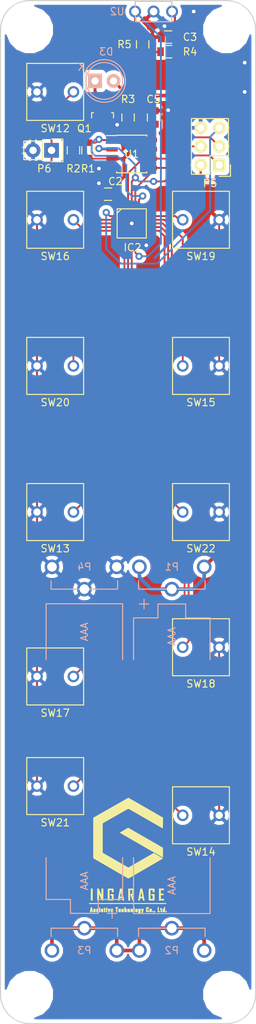
<source format=kicad_pcb>
(kicad_pcb (version 4) (host pcbnew 4.0.4+e1-6308~48~ubuntu14.04.1-stable)
  (layers (0 F.Cu signal) (31 B.Cu signal) (34 B.Paste user) (35 F.Paste user) (36 B.SilkS user) (37 F.SilkS user) (38 B.Mask user) (39 F.Mask user) (44 Edge.Cuts user))
  (net 0 "")
  (net 1 +BATT)
  (net 2 GND)
  (net 3 "Net-(C3-Pad1)")
  (net 4 "Net-(D3-Pad1)")
  (net 5 /MOSI)
  (net 6 /MISO)
  (net 7 /SCK)
  (net 8 "Net-(P2-Pad1)")
  (net 9 /IR_TRANSMIT)
  (net 10 /IR_RECV)
  (net 11 /BTN1)
  (net 12 /BTN4)
  (net 13 /BTN7)
  (net 14 /BTN10)
  (net 15 /BTN2)
  (net 16 /BTN5)
  (net 17 /BTN8)
  (net 18 /BTN11)
  (net 19 /BTN3)
  (net 20 /BTN6)
  (net 21 /BTN9)
  (net 22 "Net-(D3-Pad2)")
  (net 23 /~RST)
  (net 24 /~CS)
  (net 25 "Net-(Q1-Pad1)")
  (module GiraffeTech-Maxim:VIA-20MIL (layer F.Cu) (at 153.5 45)
    (fp_text reference REF** hide)
    (fp_text value VIA-20MIL hide)
    (pad "" thru_hole circle (at 0 0) (size 1.016 1.016) (drill 0.508) (layers *.Cu) (net 2 GND))
  )
  (module GiraffeTech-Maxim:VIA-20MIL (layer F.Cu) (at 153.5 41)
    (fp_text reference REF** hide)
    (fp_text value VIA-20MIL hide)
    (pad "" thru_hole circle (at 0 0) (size 1.016 1.016) (drill 0.508) (layers *.Cu) (net 2 GND))
  )
  (module GiraffeTech-Maxim:VIA-20MIL (layer F.Cu) (at 146.5 34)
    (fp_text reference REF** hide)
    (fp_text value VIA-20MIL hide)
    (pad "" thru_hole circle (at 0 0) (size 1.016 1.016) (drill 0.508) (layers *.Cu) (net 2 GND))
  )
  (module GiraffeTech-Maxim:VIA-20MIL (layer F.Cu) (at 142.5 36)
    (fp_text reference REF** hide)
    (fp_text value VIA-20MIL hide)
    (pad "" thru_hole circle (at 0 0) (size 1.016 1.016) (drill 0.508) (layers *.Cu) (net 2 GND))
  )
  (module GiraffeTech-Passive:R_0805 (layer F.Cu) (at 132 53 270)
    (fp_text reference R1 (at 2.5 0 360) (layer F.SilkS))
    (fp_text value 10K)
    (pad 1 smd rect (at -1.05 0 270) (size 0.9 1.2) (layers F.Cu F.Paste F.Mask) (net 24 /~CS))
    (pad 2 smd rect (at 1.05 0 270) (size 0.9 1.2) (layers F.Cu F.Paste F.Mask) (net 1 +BATT))
  )
  (module GiraffeTech-Passive:R_0805 (layer F.Cu) (at 130 53 270)
    (fp_text reference R2 (at 2.5 0 360) (layer F.SilkS))
    (fp_text value 1K)
    (pad 1 smd rect (at -1.05 0 270) (size 0.9 1.2) (layers F.Cu F.Paste F.Mask) (net 25 "Net-(Q1-Pad1)"))
    (pad 2 smd rect (at 1.05 0 270) (size 0.9 1.2) (layers F.Cu F.Paste F.Mask) (net 9 /IR_TRANSMIT))
  )
  (module GiraffeTech-Maxim:VIA-20MIL (layer F.Cu) (at 138 63)
    (fp_text reference REF** hide)
    (fp_text value VIA-20MIL hide)
    (pad "" thru_hole circle (at 0 0) (size 1.016 1.016) (drill 0.508) (layers *.Cu) (net 2 GND))
  )
  (module TO_SOT_Packages_SMD:SOT-23 (layer F.Cu) (at 134 48.5)
    (fp_text reference Q1 (at -2.5 1.5) (layer F.SilkS))
    (fp_text value MMBT2222ALT1G)
    (pad 1 smd rect (at -0.95 1.00076) (size 0.8001 0.8001) (layers F.Cu F.Paste F.Mask) (net 25 "Net-(Q1-Pad1)"))
    (pad 2 smd rect (at 0.95 1.00076) (size 0.8001 0.8001) (layers F.Cu F.Paste F.Mask) (net 2 GND))
    (pad 3 smd rect (at 0 -0.99822) (size 0.8001 0.8001) (layers F.Cu F.Paste F.Mask) (net 4 "Net-(D3-Pad1)"))
  )
  (module GiraffeTech-Passive:C_0805 (layer F.Cu) (at 134.75 59 180)
    (fp_text reference C2 (at -1 1.75 180) (layer F.SilkS))
    (fp_text value 0.1uF)
    (pad 1 smd rect (at -0.925 0 180) (size 0.95 1.4) (layers F.Cu F.Paste F.Mask) (net 1 +BATT))
    (pad 2 smd rect (at 0.925 0 180) (size 0.95 1.4) (layers F.Cu F.Paste F.Mask) (net 2 GND))
  )
  (module GiraffeTech-Passive:C_0805 (layer F.Cu) (at 143 37.5 180)
    (fp_text reference C3 (at -3 0 180) (layer F.SilkS))
    (fp_text value 4.7uF)
    (pad 1 smd rect (at -0.925 0 180) (size 0.95 1.4) (layers F.Cu F.Paste F.Mask) (net 3 "Net-(C3-Pad1)"))
    (pad 2 smd rect (at 0.925 0 180) (size 0.95 1.4) (layers F.Cu F.Paste F.Mask) (net 2 GND))
  )
  (module Pin_Headers:Pin_Header_Straight_2x03 (layer F.Cu) (at 150 55 180)
    (fp_text reference P5 (at 1.25 -2.5 180) (layer F.SilkS))
    (fp_text value ICSP)
    (pad 1 thru_hole rect (at 0 0 180) (size 1.7272 1.7272) (drill 1.016) (layers *.Cu *.Mask F.SilkS) (net 6 /MISO))
    (pad 2 thru_hole oval (at 2.54 0 180) (size 1.7272 1.7272) (drill 1.016) (layers *.Cu *.Mask F.SilkS) (net 1 +BATT))
    (pad 3 thru_hole oval (at 0 2.54 180) (size 1.7272 1.7272) (drill 1.016) (layers *.Cu *.Mask F.SilkS) (net 7 /SCK))
    (pad 4 thru_hole oval (at 2.54 2.54 180) (size 1.7272 1.7272) (drill 1.016) (layers *.Cu *.Mask F.SilkS) (net 5 /MOSI))
    (pad 5 thru_hole oval (at 0 5.08 180) (size 1.7272 1.7272) (drill 1.016) (layers *.Cu *.Mask F.SilkS) (net 23 /~RST))
    (pad 6 thru_hole oval (at 2.54 5.08 180) (size 1.7272 1.7272) (drill 1.016) (layers *.Cu *.Mask F.SilkS) (net 2 GND))
  )
  (module GiraffeTech-Passive:R_0805 (layer F.Cu) (at 137.5 48.5 90)
    (fp_text reference R3 (at 2.5 0 180) (layer F.SilkS))
    (fp_text value 14)
    (pad 1 smd rect (at -1.05 0 90) (size 0.9 1.2) (layers F.Cu F.Paste F.Mask) (net 1 +BATT))
    (pad 2 smd rect (at 1.05 0 90) (size 0.9 1.2) (layers F.Cu F.Paste F.Mask) (net 22 "Net-(D3-Pad2)"))
  )
  (module GiraffeTech-Passive:R_0805 (layer F.Cu) (at 143 39.5)
    (fp_text reference R4 (at 3 0) (layer F.SilkS))
    (fp_text value 100)
    (pad 1 smd rect (at -1.05 0) (size 0.9 1.2) (layers F.Cu F.Paste F.Mask) (net 1 +BATT))
    (pad 2 smd rect (at 1.05 0) (size 0.9 1.2) (layers F.Cu F.Paste F.Mask) (net 3 "Net-(C3-Pad1)"))
  )
  (module GiraffeTech-Passive:R_0805 (layer F.Cu) (at 139.5 38.5 90)
    (fp_text reference R5 (at 0 -2.5 180) (layer F.SilkS))
    (fp_text value 4.7K)
    (pad 1 smd rect (at -1.05 0 90) (size 0.9 1.2) (layers F.Cu F.Paste F.Mask) (net 1 +BATT))
    (pad 2 smd rect (at 1.05 0 90) (size 0.9 1.2) (layers F.Cu F.Paste F.Mask) (net 10 /IR_RECV))
  )
  (module Housings_SOIC:SOIC-8_3.9x4.9mm_Pitch1.27mm (layer F.Cu) (at 138 53.5)
    (fp_text reference U1 (at 0 0 180) (layer F.SilkS))
    (fp_text value AT25_EEPROM)
    (pad 1 smd rect (at -2.7 -1.905) (size 1.55 0.6) (layers F.Cu F.Paste F.Mask) (net 24 /~CS))
    (pad 2 smd rect (at -2.7 -0.635) (size 1.55 0.6) (layers F.Cu F.Paste F.Mask) (net 6 /MISO))
    (pad 3 smd rect (at -2.7 0.635) (size 1.55 0.6) (layers F.Cu F.Paste F.Mask) (net 1 +BATT))
    (pad 4 smd rect (at -2.7 1.905) (size 1.55 0.6) (layers F.Cu F.Paste F.Mask) (net 2 GND))
    (pad 5 smd rect (at 2.7 1.905) (size 1.55 0.6) (layers F.Cu F.Paste F.Mask) (net 5 /MOSI))
    (pad 6 smd rect (at 2.7 0.635) (size 1.55 0.6) (layers F.Cu F.Paste F.Mask) (net 7 /SCK))
    (pad 7 smd rect (at 2.7 -0.635) (size 1.55 0.6) (layers F.Cu F.Paste F.Mask) (net 1 +BATT))
    (pad 8 smd rect (at 2.7 -1.905) (size 1.55 0.6) (layers F.Cu F.Paste F.Mask) (net 1 +BATT))
  )
  (module GiraffeTech-Vishay:TSMP58000 (layer B.Cu) (at 141 34)
    (fp_text reference U2 (at -5 0) (layer B.SilkS) (effects (justify mirror)))
    (fp_text value TSMP58000)
    (pad 1 thru_hole circle (at -2.54 0) (size 1.65 1.65) (drill 1.05) (layers *.Cu *.Mask) (net 10 /IR_RECV))
    (pad 2 thru_hole circle (at 0 0) (size 1.65 1.65) (drill 1.05) (layers *.Cu *.Mask) (net 2 GND))
    (pad 3 thru_hole circle (at 2.54 0) (size 1.65 1.65) (drill 1.05) (layers *.Cu *.Mask) (net 3 "Net-(C3-Pad1)"))
  )
  (module GiraffeTech-Passive:C_0805 (layer F.Cu) (at 141 48.5 90)
    (fp_text reference C5 (at 2.5 0 360) (layer F.SilkS))
    (fp_text value 0.1uF)
    (pad 1 smd rect (at -0.925 0 90) (size 0.95 1.4) (layers F.Cu F.Paste F.Mask) (net 1 +BATT))
    (pad 2 smd rect (at 0.925 0 90) (size 0.95 1.4) (layers F.Cu F.Paste F.Mask) (net 2 GND))
  )
  (module LEDs:LED-5MM (layer B.Cu) (at 132.96 43.5)
    (fp_text reference D3 (at 1.54 -4) (layer B.SilkS) (effects (justify mirror)))
    (fp_text value TSAL6100)
    (fp_text user K (at -1.905 -1.905) (layer B.SilkS) (effects (justify mirror)))
    (pad 1 thru_hole rect (at 0 0 270) (size 2 1.9) (drill 1.00076) (layers *.Cu *.Mask B.SilkS) (net 4 "Net-(D3-Pad1)"))
    (pad 2 thru_hole circle (at 2.54 0) (size 1.9 1.9) (drill 1.00076) (layers *.Cu *.Mask B.SilkS) (net 22 "Net-(D3-Pad2)"))
  )
  (module GiraffeTech-Connector:591 (layer B.Cu) (at 131.5 110 270)
    (fp_text reference P4 (at 0 0 360) (layer B.SilkS) (effects (justify mirror)))
    (fp_text value 591)
    (fp_text user AAA (at 8.89 0 270) (layer B.SilkS) (effects (justify mirror)))
    (pad 1 thru_hole circle (at 0 4.445 270) (size 2.02 2.02) (drill 1.32) (layers *.Cu *.Mask) (net 2 GND))
    (pad 1 thru_hole circle (at 0 -4.445 270) (size 2.02 2.02) (drill 1.32) (layers *.Cu *.Mask) (net 2 GND))
    (pad 1 thru_hole circle (at 3.05 0 270) (size 2.02 2.02) (drill 1.32) (layers *.Cu *.Mask) (net 2 GND))
  )
  (module GiraffeTech-Connector:591 (layer B.Cu) (at 143.5 162.5 90)
    (fp_text reference P2 (at 0 0 180) (layer B.SilkS) (effects (justify mirror)))
    (fp_text value 591)
    (fp_text user AAA (at 8.89 0 90) (layer B.SilkS) (effects (justify mirror)))
    (pad 1 thru_hole circle (at 0 4.445 90) (size 2.02 2.02) (drill 1.32) (layers *.Cu *.Mask) (net 8 "Net-(P2-Pad1)"))
    (pad 1 thru_hole circle (at 0 -4.445 90) (size 2.02 2.02) (drill 1.32) (layers *.Cu *.Mask) (net 8 "Net-(P2-Pad1)"))
    (pad 1 thru_hole circle (at 3.05 0 90) (size 2.02 2.02) (drill 1.32) (layers *.Cu *.Mask) (net 8 "Net-(P2-Pad1)"))
  )
  (module GiraffeTech-Connector:597 (layer B.Cu) (at 143.5 110 270)
    (fp_text reference P1 (at 0 0 360) (layer B.SilkS) (effects (justify mirror)))
    (fp_text value 597)
    (fp_text user AAA (at 9.525 0 270) (layer B.SilkS) (effects (justify mirror)))
    (pad 1 thru_hole circle (at 0 4.445 270) (size 2.02 2.02) (drill 1.32) (layers *.Cu *.Mask) (net 1 +BATT))
    (pad 1 thru_hole circle (at 0 -4.445 270) (size 2.02 2.02) (drill 1.32) (layers *.Cu *.Mask) (net 1 +BATT))
    (pad 1 thru_hole circle (at 3.05 0 270) (size 2.02 2.02) (drill 1.32) (layers *.Cu *.Mask) (net 1 +BATT))
  )
  (module GiraffeTech-Connector:597 (layer B.Cu) (at 131.5 162.5 90)
    (fp_text reference P3 (at 0 0 180) (layer B.SilkS) (effects (justify mirror)))
    (fp_text value 597)
    (fp_text user AAA (at 9.525 0 90) (layer B.SilkS) (effects (justify mirror)))
    (pad 1 thru_hole circle (at 0 4.445 90) (size 2.02 2.02) (drill 1.32) (layers *.Cu *.Mask) (net 8 "Net-(P2-Pad1)"))
    (pad 1 thru_hole circle (at 0 -4.445 90) (size 2.02 2.02) (drill 1.32) (layers *.Cu *.Mask) (net 8 "Net-(P2-Pad1)"))
    (pad 1 thru_hole circle (at 3.05 0 90) (size 2.02 2.02) (drill 1.32) (layers *.Cu *.Mask) (net 8 "Net-(P2-Pad1)"))
  )
  (module GiraffeTech-Electromechanical:SKPD (layer F.Cu) (at 127.5 45 180)
    (fp_text reference SW12 (at 0 -5 180) (layer F.SilkS))
    (fp_text value BTN1)
    (pad 1 thru_hole circle (at -2.5 0 180) (size 1.6 1.6) (drill 1) (layers *.Cu *.Mask) (net 11 /BTN1))
    (pad 2 thru_hole circle (at 2.5 0 180) (size 1.6 1.6) (drill 1) (layers *.Cu *.Mask) (net 2 GND))
  )
  (module GiraffeTech-Electromechanical:SKPD (layer F.Cu) (at 127.5 102.5 180)
    (fp_text reference SW13 (at 0 -5 180) (layer F.SilkS))
    (fp_text value BTN1)
    (pad 1 thru_hole circle (at -2.5 0 180) (size 1.6 1.6) (drill 1) (layers *.Cu *.Mask) (net 12 /BTN4))
    (pad 2 thru_hole circle (at 2.5 0 180) (size 1.6 1.6) (drill 1) (layers *.Cu *.Mask) (net 2 GND))
  )
  (module GiraffeTech-Electromechanical:SKPD (layer F.Cu) (at 147.5 144)
    (fp_text reference SW14 (at 0 5) (layer F.SilkS))
    (fp_text value BTN1)
    (pad 1 thru_hole circle (at -2.5 0) (size 1.6 1.6) (drill 1) (layers *.Cu *.Mask) (net 13 /BTN7))
    (pad 2 thru_hole circle (at 2.5 0) (size 1.6 1.6) (drill 1) (layers *.Cu *.Mask) (net 2 GND))
  )
  (module GiraffeTech-Electromechanical:SKPD (layer F.Cu) (at 147.5 82.5)
    (fp_text reference SW15 (at 0 5) (layer F.SilkS))
    (fp_text value BTN1)
    (pad 1 thru_hole circle (at -2.5 0) (size 1.6 1.6) (drill 1) (layers *.Cu *.Mask) (net 14 /BTN10))
    (pad 2 thru_hole circle (at 2.5 0) (size 1.6 1.6) (drill 1) (layers *.Cu *.Mask) (net 2 GND))
  )
  (module GiraffeTech-Electromechanical:SKPD (layer F.Cu) (at 127.5 62.5 180)
    (fp_text reference SW16 (at 0 -5 180) (layer F.SilkS))
    (fp_text value BTN1)
    (pad 1 thru_hole circle (at -2.5 0 180) (size 1.6 1.6) (drill 1) (layers *.Cu *.Mask) (net 15 /BTN2))
    (pad 2 thru_hole circle (at 2.5 0 180) (size 1.6 1.6) (drill 1) (layers *.Cu *.Mask) (net 2 GND))
  )
  (module GiraffeTech-Electromechanical:SKPD (layer F.Cu) (at 127.5 125 180)
    (fp_text reference SW17 (at 0 -5 180) (layer F.SilkS))
    (fp_text value BTN1)
    (pad 1 thru_hole circle (at -2.5 0 180) (size 1.6 1.6) (drill 1) (layers *.Cu *.Mask) (net 16 /BTN5))
    (pad 2 thru_hole circle (at 2.5 0 180) (size 1.6 1.6) (drill 1) (layers *.Cu *.Mask) (net 2 GND))
  )
  (module GiraffeTech-Electromechanical:SKPD (layer F.Cu) (at 147.5 121)
    (fp_text reference SW18 (at 0 5) (layer F.SilkS))
    (fp_text value BTN1)
    (pad 1 thru_hole circle (at -2.5 0) (size 1.6 1.6) (drill 1) (layers *.Cu *.Mask) (net 17 /BTN8))
    (pad 2 thru_hole circle (at 2.5 0) (size 1.6 1.6) (drill 1) (layers *.Cu *.Mask) (net 2 GND))
  )
  (module GiraffeTech-Electromechanical:SKPD (layer F.Cu) (at 147.5 62.5)
    (fp_text reference SW19 (at 0 5) (layer F.SilkS))
    (fp_text value BTN1)
    (pad 1 thru_hole circle (at -2.5 0) (size 1.6 1.6) (drill 1) (layers *.Cu *.Mask) (net 18 /BTN11))
    (pad 2 thru_hole circle (at 2.5 0) (size 1.6 1.6) (drill 1) (layers *.Cu *.Mask) (net 2 GND))
  )
  (module GiraffeTech-Electromechanical:SKPD (layer F.Cu) (at 127.5 82.5 180)
    (fp_text reference SW20 (at 0 -5 180) (layer F.SilkS))
    (fp_text value BTN1)
    (pad 1 thru_hole circle (at -2.5 0 180) (size 1.6 1.6) (drill 1) (layers *.Cu *.Mask) (net 19 /BTN3))
    (pad 2 thru_hole circle (at 2.5 0 180) (size 1.6 1.6) (drill 1) (layers *.Cu *.Mask) (net 2 GND))
  )
  (module GiraffeTech-Electromechanical:SKPD (layer F.Cu) (at 127.5 140 180)
    (fp_text reference SW21 (at 0 -5 180) (layer F.SilkS))
    (fp_text value BTN1)
    (pad 1 thru_hole circle (at -2.5 0 180) (size 1.6 1.6) (drill 1) (layers *.Cu *.Mask) (net 20 /BTN6))
    (pad 2 thru_hole circle (at 2.5 0 180) (size 1.6 1.6) (drill 1) (layers *.Cu *.Mask) (net 2 GND))
  )
  (module GiraffeTech-Electromechanical:SKPD (layer F.Cu) (at 147.5 102.5)
    (fp_text reference SW22 (at 0 5) (layer F.SilkS))
    (fp_text value BTN1)
    (pad 1 thru_hole circle (at -2.5 0) (size 1.6 1.6) (drill 1) (layers *.Cu *.Mask) (net 21 /BTN9))
    (pad 2 thru_hole circle (at 2.5 0) (size 1.6 1.6) (drill 1) (layers *.Cu *.Mask) (net 2 GND))
  )
  (module Mounting_Holes:MountingHole_3.2mm_M3 (layer F.Cu) (at 124 36.5)
    (fp_text reference REF** hide)
    (fp_text value MountingHole_3.2mm_M3)
    (pad "" np_thru_hole circle (at 0 0) (size 3.2 3.2) (drill 3.2) (layers *.Cu *.Mask) (clearance 1.6))
  )
  (module Mounting_Holes:MountingHole_3.2mm_M3 (layer F.Cu) (at 151 36.5)
    (fp_text reference REF** hide)
    (fp_text value MountingHole_3.2mm_M3)
    (pad "" np_thru_hole circle (at 0 0) (size 3.2 3.2) (drill 3.2) (layers *.Cu *.Mask) (clearance 1.6))
  )
  (module Pin_Headers:Pin_Header_Straight_1x02 (layer F.Cu) (at 127 53 270)
    (fp_text reference P6 (at 2.5 1 360) (layer F.SilkS))
    (fp_text value DEBUG)
    (pad 1 thru_hole rect (at 0 0 270) (size 2.032 2.032) (drill 1.016) (layers *.Cu *.Mask) (net 11 /BTN1))
    (pad 2 thru_hole oval (at 0 2.54 270) (size 2.032 2.032) (drill 1.016) (layers *.Cu *.Mask) (net 2 GND))
  )
  (module Mounting_Holes:MountingHole_3.2mm_M3 (layer F.Cu) (at 151 168.5)
    (fp_text reference REF** hide)
    (fp_text value MountingHole_3.2mm_M3)
    (pad "" np_thru_hole circle (at 0 0) (size 3.2 3.2) (drill 3.2) (layers *.Cu *.Mask) (clearance 1.6))
  )
  (module Mounting_Holes:MountingHole_3.2mm_M3 (layer F.Cu) (at 124 168.5)
    (fp_text reference REF** hide)
    (fp_text value MountingHole_3.2mm_M3)
    (pad "" np_thru_hole circle (at 0 0) (size 3.2 3.2) (drill 3.2) (layers *.Cu *.Mask) (clearance 1.6))
  )
  (module GiraffeTech-Electromechanical:ingarage-asst-logo-16mm (layer F.Cu) (at 138 149.5)
    (fp_text reference G*** hide)
    (fp_text value LOGO hide)
  )
  (module GiraffeTech-Atmel:20M1 (layer F.Cu) (at 138 63)
    (fp_text reference IC2 (at 0.1 3.3) (layer F.SilkS))
    (fp_text value ATTINY2313A-M)
    (pad 3 smd rect (at -2 0) (size 0.8 0.3) (layers F.Cu F.Paste F.Mask) (net 11 /BTN1))
    (pad 2 smd rect (at -2 -0.5) (size 0.8 0.3) (layers F.Cu F.Paste F.Mask) (net 9 /IR_TRANSMIT))
    (pad 1 smd rect (at -2 -1) (size 0.8 0.3) (layers F.Cu F.Paste F.Mask) (net 23 /~RST))
    (pad 4 smd rect (at -2 0.5) (size 0.8 0.3) (layers F.Cu F.Paste F.Mask) (net 15 /BTN2))
    (pad 5 smd rect (at -2 1) (size 0.8 0.3) (layers F.Cu F.Paste F.Mask) (net 19 /BTN3))
    (pad 6 smd rect (at -1 2 90) (size 0.8 0.3) (layers F.Cu F.Paste F.Mask) (net 12 /BTN4))
    (pad 7 smd rect (at -0.5 2 90) (size 0.8 0.3) (layers F.Cu F.Paste F.Mask) (net 16 /BTN5))
    (pad 8 smd rect (at 0 2 90) (size 0.8 0.3) (layers F.Cu F.Paste F.Mask) (net 20 /BTN6))
    (pad 9 smd rect (at 0.5 2 90) (size 0.8 0.3) (layers F.Cu F.Paste F.Mask) (net 10 /IR_RECV))
    (pad 10 smd rect (at 1 2 90) (size 0.8 0.3) (layers F.Cu F.Paste F.Mask) (net 2 GND))
    (pad 11 smd rect (at 2 1 180) (size 0.8 0.3) (layers F.Cu F.Paste F.Mask) (net 13 /BTN7))
    (pad 12 smd rect (at 2 0.5 180) (size 0.8 0.3) (layers F.Cu F.Paste F.Mask) (net 17 /BTN8))
    (pad 13 smd rect (at 2 0 180) (size 0.8 0.3) (layers F.Cu F.Paste F.Mask) (net 21 /BTN9))
    (pad 14 smd rect (at 2 -0.5 180) (size 0.8 0.3) (layers F.Cu F.Paste F.Mask) (net 14 /BTN10))
    (pad 15 smd rect (at 2 -1 180) (size 0.8 0.3) (layers F.Cu F.Paste F.Mask) (net 18 /BTN11))
    (pad 16 smd rect (at 1 -2 270) (size 0.8 0.3) (layers F.Cu F.Paste F.Mask) (net 24 /~CS))
    (pad 17 smd rect (at 0.5 -2 270) (size 0.8 0.3) (layers F.Cu F.Paste F.Mask) (net 5 /MOSI))
    (pad 18 smd rect (at 0 -2 270) (size 0.8 0.3) (layers F.Cu F.Paste F.Mask) (net 6 /MISO))
    (pad 19 smd rect (at -0.5 -2 270) (size 0.8 0.3) (layers F.Cu F.Paste F.Mask) (net 7 /SCK))
    (pad 20 smd rect (at -1 -2 270) (size 0.8 0.3) (layers F.Cu F.Paste F.Mask) (net 1 +BATT))
    (pad 21 smd rect (at 0 0 270) (size 1.25 1.25) (layers F.Cu F.Paste F.Mask) (net 2 GND))
  )
  (gr_arc (start 151 168.5) (end 155 168.5) (angle 90) (layer Edge.Cuts) (width 0.15))
  (gr_arc (start 124 168.5) (end 124 172.5) (angle 90) (layer Edge.Cuts) (width 0.15))
  (gr_arc (start 124 36.5) (end 120 36.5) (angle 90) (layer Edge.Cuts) (width 0.15))
  (gr_arc (start 151 36.5) (end 151 32.5) (angle 90) (layer Edge.Cuts) (width 0.15))
  (gr_line (start 151 172.5) (end 124 172.5) (layer Edge.Cuts) (width 0.15))
  (gr_text "REMOTE REV.2\nINGARAGE ASST." (at 137.5 169) (layer F.Cu) (effects (font (size 1.5 1.5) (thickness 0.3))))
  (gr_line (start 155 168.5) (end 155 36.5) (layer Edge.Cuts) (width 0.15))
  (gr_line (start 120 36.5) (end 120 168.5) (layer Edge.Cuts) (width 0.15))
  (gr_line (start 124 32.5) (end 151 32.5) (layer Edge.Cuts) (width 0.15))
  (segment (start 139.5 39.55) (end 141.9 39.55) (width 0.3) (layer F.Cu) (net 1))
  (segment (start 141.9 39.55) (end 141.95 39.5) (width 0.3) (layer F.Cu) (net 1))
  (segment (start 139.5 39.55) (end 139.5 44.5) (width 0.4) (layer F.Cu) (net 1))
  (segment (start 139.5 44.5) (end 140.5 45.5) (width 0.4) (layer F.Cu) (net 1))
  (segment (start 153.5 57.75) (end 153.5 104.445) (width 0.5) (layer F.Cu) (net 1))
  (segment (start 153.5 104.445) (end 147.945 110) (width 0.5) (layer F.Cu) (net 1))
  (segment (start 141 49.425) (end 141 51.295) (width 0.4) (layer F.Cu) (net 1))
  (segment (start 141 51.295) (end 140.7 51.595) (width 0.4) (layer F.Cu) (net 1))
  (segment (start 136.924992 54.075008) (end 136.865 54.135) (width 0.4) (layer F.Cu) (net 1))
  (segment (start 136.865 54.135) (end 135.3 54.135) (width 0.4) (layer F.Cu) (net 1))
  (segment (start 139 49) (end 139 51) (width 0.5) (layer F.Cu) (net 1))
  (segment (start 140.7 51.595) (end 139.525 51.595) (width 0.4) (layer F.Cu) (net 1))
  (segment (start 139 51) (end 139 52) (width 0.5) (layer F.Cu) (net 1))
  (segment (start 139.525 51.595) (end 139 51.07) (width 0.4) (layer F.Cu) (net 1))
  (segment (start 139 51.07) (end 139 51) (width 0.4) (layer F.Cu) (net 1))
  (segment (start 139 47) (end 139 49) (width 0.5) (layer F.Cu) (net 1))
  (segment (start 139 49.05) (end 139 49) (width 0.4) (layer F.Cu) (net 1))
  (segment (start 137.5 49.55) (end 138.5 49.55) (width 0.4) (layer F.Cu) (net 1))
  (segment (start 138.5 49.55) (end 139 49.05) (width 0.4) (layer F.Cu) (net 1))
  (segment (start 150 45.5) (end 142 45.5) (width 0.5) (layer F.Cu) (net 1))
  (segment (start 142 45.5) (end 140.5 45.5) (width 0.5) (layer F.Cu) (net 1))
  (segment (start 136.924992 55.5) (end 136.924992 54.075008) (width 0.4) (layer F.Cu) (net 1))
  (segment (start 139 52) (end 136.924992 54.075008) (width 0.5) (layer F.Cu) (net 1))
  (segment (start 140.5 45.5) (end 139 47) (width 0.5) (layer F.Cu) (net 1))
  (segment (start 136.924992 56.650008) (end 136.924992 55.5) (width 0.4) (layer F.Cu) (net 1))
  (segment (start 153.5 49) (end 150 45.5) (width 0.5) (layer F.Cu) (net 1))
  (segment (start 140.875 49.55) (end 141 49.425) (width 0.4) (layer F.Cu) (net 1))
  (segment (start 135.3 54.135) (end 132.085 54.135) (width 0.25) (layer F.Cu) (net 1))
  (segment (start 132.085 54.135) (end 132 54.05) (width 0.25) (layer F.Cu) (net 1))
  (segment (start 137 59.5) (end 136.5 59) (width 0.25) (layer F.Cu) (net 1))
  (segment (start 136.5 59) (end 135.675 59) (width 0.25) (layer F.Cu) (net 1))
  (segment (start 137 61) (end 137 59.5) (width 0.25) (layer F.Cu) (net 1))
  (segment (start 143.5 113.05) (end 146.45 113.05) (width 0.5) (layer B.Cu) (net 1))
  (segment (start 146.45 113.05) (end 147.945 111.555) (width 0.5) (layer B.Cu) (net 1))
  (segment (start 147.945 110) (end 147.945 111.555) (width 0.5) (layer B.Cu) (net 1))
  (segment (start 139.055 110) (end 139.055 111.428355) (width 0.5) (layer B.Cu) (net 1))
  (segment (start 139.055 111.428355) (end 140.676645 113.05) (width 0.5) (layer B.Cu) (net 1))
  (segment (start 140.676645 113.05) (end 142.071645 113.05) (width 0.5) (layer B.Cu) (net 1))
  (segment (start 142.071645 113.05) (end 143.5 113.05) (width 0.5) (layer B.Cu) (net 1))
  (segment (start 140.575 51.47) (end 140.7 51.595) (width 0.3) (layer F.Cu) (net 1))
  (segment (start 140.7 51.595) (end 140.7 52.865) (width 0.3) (layer F.Cu) (net 1))
  (segment (start 135.675 59) (end 135.675 57.9) (width 0.4) (layer F.Cu) (net 1))
  (segment (start 135.675 57.9) (end 136.924992 56.650008) (width 0.4) (layer F.Cu) (net 1))
  (segment (start 153.5 57.75) (end 153.5 49) (width 0.5) (layer F.Cu) (net 1))
  (segment (start 152.25 57) (end 152.75 57) (width 0.3) (layer F.Cu) (net 1))
  (segment (start 152.75 57) (end 153.5 57.75) (width 0.3) (layer F.Cu) (net 1))
  (segment (start 148.238686 57) (end 152.25 57) (width 0.3) (layer F.Cu) (net 1))
  (segment (start 147.46 55) (end 147.46 56.221314) (width 0.3) (layer F.Cu) (net 1))
  (segment (start 147.46 56.221314) (end 148.238686 57) (width 0.3) (layer F.Cu) (net 1))
  (segment (start 141 47.575) (end 142.925 47.575) (width 0.3) (layer F.Cu) (net 2))
  (segment (start 142.925 47.575) (end 143 47.5) (width 0.3) (layer F.Cu) (net 2))
  (via (at 143 47.5) (size 1) (drill 0.5) (layers F.Cu B.Cu) (net 2))
  (segment (start 142.075 37.5) (end 142.075 35.075) (width 0.3) (layer F.Cu) (net 2))
  (segment (start 142.075 35.075) (end 141 34) (width 0.3) (layer F.Cu) (net 2))
  (segment (start 125 82.5) (end 125 102.5) (width 0.25) (layer F.Cu) (net 2))
  (segment (start 139 65.5) (end 139 65) (width 0.25) (layer F.Cu) (net 2))
  (segment (start 139.5 66) (end 139 65.5) (width 0.25) (layer F.Cu) (net 2))
  (segment (start 140 66) (end 139.5 66) (width 0.25) (layer F.Cu) (net 2))
  (via (at 140 66) (size 1) (drill 0.5) (layers F.Cu B.Cu) (net 2))
  (segment (start 134.95 49.50076) (end 135.99924 49.50076) (width 0.4) (layer F.Cu) (net 2))
  (segment (start 135.99924 49.50076) (end 136 49.5) (width 0.4) (layer F.Cu) (net 2))
  (via (at 136 49.5) (size 1) (drill 0.5) (layers F.Cu B.Cu) (net 2))
  (segment (start 133.825 59) (end 133.825 57.825) (width 0.25) (layer F.Cu) (net 2))
  (segment (start 133.825 57.825) (end 133.5 57.5) (width 0.25) (layer F.Cu) (net 2))
  (via (at 133.5 57.5) (size 1) (drill 0.5) (layers F.Cu B.Cu) (net 2))
  (segment (start 135.3 55.405) (end 133.595 55.405) (width 0.25) (layer F.Cu) (net 2))
  (segment (start 133.595 55.405) (end 133.5 55.5) (width 0.25) (layer F.Cu) (net 2))
  (via (at 133.5 55.5) (size 1) (drill 0.5) (layers F.Cu B.Cu) (net 2))
  (segment (start 150 121) (end 150 144) (width 0.25) (layer F.Cu) (net 2))
  (segment (start 125 62.5) (end 125 63.63137) (width 0.25) (layer F.Cu) (net 2))
  (segment (start 125 63.63137) (end 125 82.5) (width 0.25) (layer F.Cu) (net 2))
  (segment (start 125 102.5) (end 125 109.25) (width 0.25) (layer F.Cu) (net 2))
  (segment (start 125 109.25) (end 125 125) (width 0.25) (layer F.Cu) (net 2))
  (segment (start 125 109.373355) (end 125 109.25) (width 0.25) (layer F.Cu) (net 2))
  (segment (start 125 125) (end 125 140) (width 0.25) (layer F.Cu) (net 2))
  (segment (start 150 62.5) (end 150 82.5) (width 0.25) (layer F.Cu) (net 2))
  (segment (start 143.925 37.5) (end 143.925 34.385) (width 0.3) (layer F.Cu) (net 3))
  (segment (start 143.925 34.385) (end 143.54 34) (width 0.3) (layer F.Cu) (net 3))
  (segment (start 143.925 37.5) (end 143.925 39.375) (width 0.3) (layer F.Cu) (net 3))
  (segment (start 143.925 39.375) (end 144.05 39.5) (width 0.3) (layer F.Cu) (net 3))
  (segment (start 134 47.50178) (end 134 46) (width 0.4) (layer F.Cu) (net 4))
  (segment (start 132.96 43.5) (end 132.96 44.96) (width 0.4) (layer F.Cu) (net 4))
  (segment (start 132.96 44.96) (end 134 46) (width 0.4) (layer F.Cu) (net 4))
  (segment (start 147.46 52.46) (end 146.238686 52.46) (width 0.25) (layer F.Cu) (net 5))
  (segment (start 146.238686 52.46) (end 143.293686 55.405) (width 0.25) (layer F.Cu) (net 5))
  (segment (start 143.293686 55.405) (end 143 55.405) (width 0.25) (layer F.Cu) (net 5))
  (segment (start 143 55.405) (end 140.7 55.405) (width 0.25) (layer F.Cu) (net 5))
  (segment (start 140.653998 56.096002) (end 138.5 58.25) (width 0.25) (layer F.Cu) (net 5))
  (segment (start 138.5 58.25) (end 138.5 61) (width 0.25) (layer F.Cu) (net 5))
  (segment (start 140.7 56.096002) (end 140.653998 56.096002) (width 0.25) (layer F.Cu) (net 5))
  (segment (start 140.7 56.096002) (end 140.7 55.405) (width 0.25) (layer F.Cu) (net 5))
  (segment (start 141 57.25) (end 138.999999 57.249999) (width 0.25) (layer B.Cu) (net 6))
  (segment (start 138.999999 57.249999) (end 138.5 56.75) (width 0.25) (layer B.Cu) (net 6))
  (segment (start 133.5 52.75) (end 136.25 52.75) (width 0.25) (layer B.Cu) (net 6))
  (segment (start 136.25 52.75) (end 138.5 55) (width 0.25) (layer B.Cu) (net 6))
  (segment (start 138.5 55) (end 138.5 56.75) (width 0.25) (layer B.Cu) (net 6))
  (segment (start 138 57.575) (end 138 57.25) (width 0.25) (layer F.Cu) (net 6))
  (segment (start 138 57.25) (end 138.5 56.75) (width 0.25) (layer F.Cu) (net 6))
  (via (at 138.5 56.75) (size 1) (drill 0.5) (layers F.Cu B.Cu) (net 6))
  (segment (start 138 61) (end 138 57.575) (width 0.25) (layer F.Cu) (net 6))
  (segment (start 150 55) (end 148.698601 53.698601) (width 0.25) (layer F.Cu) (net 6))
  (segment (start 148.698601 53.698601) (end 146.051399 53.698601) (width 0.25) (layer F.Cu) (net 6))
  (segment (start 146.051399 53.698601) (end 142.5 57.25) (width 0.25) (layer F.Cu) (net 6))
  (segment (start 142.5 57.25) (end 141 57.25) (width 0.25) (layer F.Cu) (net 6))
  (via (at 141 57.25) (size 1) (drill 0.5) (layers F.Cu B.Cu) (net 6))
  (segment (start 135.3 52.865) (end 133.615 52.865) (width 0.25) (layer F.Cu) (net 6))
  (via (at 133.5 52.75) (size 1) (drill 0.5) (layers F.Cu B.Cu) (net 6))
  (segment (start 133.615 52.865) (end 133.5 52.75) (width 0.25) (layer F.Cu) (net 6))
  (segment (start 137.5 56.135) (end 139.5 54.135) (width 0.25) (layer F.Cu) (net 7))
  (segment (start 139.5 54.135) (end 140.7 54.135) (width 0.25) (layer F.Cu) (net 7))
  (segment (start 137.5 61) (end 137.5 56.135) (width 0.25) (layer F.Cu) (net 7))
  (segment (start 146 51.5) (end 146.278601 51.221399) (width 0.25) (layer F.Cu) (net 7))
  (segment (start 146.278601 51.221399) (end 148.761399 51.221399) (width 0.25) (layer F.Cu) (net 7))
  (segment (start 148.761399 51.221399) (end 150 52.46) (width 0.25) (layer F.Cu) (net 7))
  (segment (start 146.253601 51.246399) (end 146 51.5) (width 0.25) (layer F.Cu) (net 7))
  (segment (start 146 51.5) (end 143.365 54.135) (width 0.25) (layer F.Cu) (net 7))
  (segment (start 143.365 54.135) (end 140.7 54.135) (width 0.25) (layer F.Cu) (net 7))
  (segment (start 139.865 54.135) (end 141.2 54.135) (width 0.25) (layer F.Cu) (net 7))
  (segment (start 141.085 54.25) (end 141.2 54.135) (width 0.25) (layer F.Cu) (net 7))
  (segment (start 143.5 159.45) (end 146 159.45) (width 0.5) (layer F.Cu) (net 8))
  (segment (start 147.945 162.5) (end 147.945 161.071645) (width 0.5) (layer F.Cu) (net 8))
  (segment (start 147.945 161.071645) (end 146.323355 159.45) (width 0.5) (layer F.Cu) (net 8))
  (segment (start 146.323355 159.45) (end 146 159.45) (width 0.5) (layer F.Cu) (net 8))
  (segment (start 135.945 162.5) (end 135.945 160.945) (width 0.5) (layer F.Cu) (net 8))
  (segment (start 135.945 160.945) (end 134.45 159.45) (width 0.5) (layer F.Cu) (net 8))
  (segment (start 134.45 159.45) (end 131.5 159.45) (width 0.5) (layer F.Cu) (net 8))
  (segment (start 139.055 162.5) (end 139.055 160.945) (width 0.5) (layer F.Cu) (net 8))
  (segment (start 139.055 160.945) (end 140.55 159.45) (width 0.5) (layer F.Cu) (net 8))
  (segment (start 140.55 159.45) (end 143.5 159.45) (width 0.5) (layer F.Cu) (net 8))
  (segment (start 135.945 162.5) (end 139.055 162.5) (width 0.5) (layer F.Cu) (net 8))
  (segment (start 131.5 159.45) (end 128.55 159.45) (width 0.5) (layer F.Cu) (net 8))
  (segment (start 128.55 159.45) (end 127.055 160.945) (width 0.5) (layer F.Cu) (net 8))
  (segment (start 127.055 162.5) (end 127.055 160.945) (width 0.5) (layer F.Cu) (net 8))
  (segment (start 133.5 62.5) (end 132.5 61.5) (width 0.25) (layer F.Cu) (net 9))
  (segment (start 132.5 61.5) (end 131.75 60.75) (width 0.25) (layer F.Cu) (net 9))
  (segment (start 130 54.05) (end 130 59) (width 0.25) (layer F.Cu) (net 9))
  (segment (start 130 59) (end 132.5 61.5) (width 0.25) (layer F.Cu) (net 9))
  (segment (start 136 62.5) (end 133.5 62.5) (width 0.25) (layer F.Cu) (net 9))
  (segment (start 139.5 37.45) (end 139.5 36.54) (width 0.3) (layer F.Cu) (net 10))
  (segment (start 139.5 36.54) (end 138.46 35.5) (width 0.3) (layer F.Cu) (net 10))
  (segment (start 138.46 35.5) (end 138.46 34) (width 0.3) (layer F.Cu) (net 10))
  (segment (start 142 37.54) (end 138.46 34) (width 0.25) (layer B.Cu) (net 10))
  (segment (start 139 67.5) (end 140.25 67.5) (width 0.25) (layer B.Cu) (net 10))
  (segment (start 140.25 67.5) (end 142 65.75) (width 0.25) (layer B.Cu) (net 10))
  (segment (start 142 65.75) (end 142 37.54) (width 0.25) (layer B.Cu) (net 10))
  (segment (start 139 67.5) (end 138.924999 67.424999) (width 0.25) (layer B.Cu) (net 10))
  (segment (start 138.5 66.67498) (end 138.5 67) (width 0.25) (layer F.Cu) (net 10))
  (segment (start 138.5 67) (end 139 67.5) (width 0.25) (layer F.Cu) (net 10))
  (via (at 139 67.5) (size 1) (drill 0.5) (layers F.Cu B.Cu) (net 10))
  (segment (start 138.5 65) (end 138.5 66.67498) (width 0.25) (layer F.Cu) (net 10))
  (segment (start 132.75 63) (end 127.75 58) (width 0.25) (layer F.Cu) (net 11))
  (segment (start 127 57.25) (end 127.75 58) (width 0.25) (layer F.Cu) (net 11))
  (segment (start 127.75 58) (end 127.5 57.75) (width 0.25) (layer F.Cu) (net 11))
  (segment (start 127 53) (end 127 57.25) (width 0.25) (layer F.Cu) (net 11))
  (segment (start 127 53) (end 127 48) (width 0.25) (layer F.Cu) (net 11))
  (segment (start 127 48) (end 130 45) (width 0.25) (layer F.Cu) (net 11))
  (segment (start 135.5 63) (end 132.75 63) (width 0.25) (layer F.Cu) (net 11))
  (segment (start 135 63) (end 135.5 63) (width 0.25) (layer F.Cu) (net 11))
  (segment (start 135.5 63) (end 136 63) (width 0.25) (layer F.Cu) (net 11))
  (segment (start 137 78.5) (end 132.75 82.75) (width 0.25) (layer F.Cu) (net 12))
  (segment (start 132.75 82.75) (end 132.75 99.75) (width 0.25) (layer F.Cu) (net 12))
  (segment (start 132.75 99.75) (end 130 102.5) (width 0.25) (layer F.Cu) (net 12))
  (segment (start 137 65) (end 137 78.5) (width 0.25) (layer F.Cu) (net 12))
  (segment (start 141.75 64) (end 140 64) (width 0.25) (layer F.Cu) (net 13))
  (segment (start 142.49998 64.75) (end 142.49998 103.49998) (width 0.25) (layer F.Cu) (net 13))
  (segment (start 141.75 64) (end 141.75 64.00002) (width 0.25) (layer F.Cu) (net 13))
  (segment (start 141.75 64.00002) (end 142.49998 64.75) (width 0.25) (layer F.Cu) (net 13))
  (segment (start 145.25 113) (end 145.25 113.25) (width 0.25) (layer F.Cu) (net 13))
  (segment (start 145.25 113.25) (end 145.25 117.75) (width 0.25) (layer F.Cu) (net 13))
  (segment (start 145.25 106.25) (end 145.25 113.25) (width 0.25) (layer F.Cu) (net 13))
  (segment (start 142.49998 103.49998) (end 145.25 106.25) (width 0.25) (layer F.Cu) (net 13))
  (segment (start 143.25 142.25) (end 145 144) (width 0.25) (layer F.Cu) (net 13))
  (segment (start 143.25 119.75) (end 143.25 142.25) (width 0.25) (layer F.Cu) (net 13))
  (segment (start 145.25 117.75) (end 143.25 119.75) (width 0.25) (layer F.Cu) (net 13))
  (segment (start 140 62.5) (end 142.5 62.5) (width 0.25) (layer F.Cu) (net 14))
  (segment (start 142.5 62.5) (end 145 65) (width 0.25) (layer F.Cu) (net 14))
  (segment (start 145 65) (end 145 82.5) (width 0.25) (layer F.Cu) (net 14))
  (segment (start 136 63.5) (end 131 63.5) (width 0.25) (layer F.Cu) (net 15))
  (segment (start 131 63.5) (end 130 62.5) (width 0.25) (layer F.Cu) (net 15))
  (segment (start 133.25 83.04288) (end 133.25 121.75) (width 0.25) (layer F.Cu) (net 16))
  (segment (start 133.25 121.75) (end 130 125) (width 0.25) (layer F.Cu) (net 16))
  (segment (start 137.5 78.79288) (end 133.25 83.04288) (width 0.25) (layer F.Cu) (net 16))
  (segment (start 137.5 66.25) (end 137.5 78.79288) (width 0.25) (layer F.Cu) (net 16))
  (segment (start 137.50001 66.25001) (end 137.5 66.25) (width 0.25) (layer F.Cu) (net 16))
  (segment (start 137.5 66.25) (end 137.5 65) (width 0.25) (layer F.Cu) (net 16))
  (segment (start 142 63.5) (end 140 63.5) (width 0.25) (layer F.Cu) (net 17))
  (segment (start 142.99999 64.5) (end 142.99999 103.199991) (width 0.25) (layer F.Cu) (net 17))
  (segment (start 142 63.5) (end 142 63.50001) (width 0.25) (layer F.Cu) (net 17))
  (segment (start 142 63.50001) (end 142.99999 64.5) (width 0.25) (layer F.Cu) (net 17))
  (segment (start 142.99999 103.199991) (end 145.799999 106) (width 0.25) (layer F.Cu) (net 17))
  (segment (start 145.799999 106) (end 145.799999 120.200001) (width 0.25) (layer F.Cu) (net 17))
  (segment (start 145.799999 120.200001) (end 145 121) (width 0.25) (layer F.Cu) (net 17))
  (segment (start 144 62) (end 140.25 62) (width 0.25) (layer F.Cu) (net 18))
  (segment (start 140.25 62) (end 140 62) (width 0.25) (layer F.Cu) (net 18))
  (segment (start 144.5 62.5) (end 144 62) (width 0.25) (layer F.Cu) (net 18))
  (segment (start 145 62.5) (end 144.5 62.5) (width 0.25) (layer F.Cu) (net 18))
  (segment (start 130 82.5) (end 130 66.76361) (width 0.25) (layer F.Cu) (net 19))
  (segment (start 130 66.76361) (end 132.76361 64) (width 0.25) (layer F.Cu) (net 19))
  (segment (start 132.76361 64) (end 135.35 64) (width 0.25) (layer F.Cu) (net 19))
  (segment (start 135.35 64) (end 136 64) (width 0.25) (layer F.Cu) (net 19))
  (segment (start 133.75 84.25) (end 133.750008 84.250008) (width 0.25) (layer F.Cu) (net 20))
  (segment (start 133.750008 84.250008) (end 133.750008 136.249992) (width 0.25) (layer F.Cu) (net 20))
  (segment (start 133.750008 136.249992) (end 130.799999 139.200001) (width 0.25) (layer F.Cu) (net 20))
  (segment (start 130.799999 139.200001) (end 130 140) (width 0.25) (layer F.Cu) (net 20))
  (segment (start 133.75 84.25) (end 133.75 83.95712) (width 0.25) (layer F.Cu) (net 20))
  (segment (start 133.75 83.25) (end 133.75 84.25) (width 0.25) (layer F.Cu) (net 20))
  (segment (start 138.00002 78.99998) (end 133.75 83.25) (width 0.25) (layer F.Cu) (net 20))
  (segment (start 138.00002 66.25) (end 138 66.24998) (width 0.25) (layer F.Cu) (net 20))
  (segment (start 138 66.24998) (end 138 65) (width 0.25) (layer F.Cu) (net 20))
  (segment (start 138.00002 66.25) (end 138.00002 78.99998) (width 0.25) (layer F.Cu) (net 20))
  (segment (start 140 63) (end 142.25 63) (width 0.25) (layer F.Cu) (net 21))
  (segment (start 142.25 63) (end 143.5 64.25) (width 0.25) (layer F.Cu) (net 21))
  (segment (start 143.5 64.25) (end 143.5 101) (width 0.25) (layer F.Cu) (net 21))
  (segment (start 143.5 101) (end 145 102.5) (width 0.25) (layer F.Cu) (net 21))
  (segment (start 137.5 47.45) (end 137.5 45.5) (width 0.4) (layer F.Cu) (net 22))
  (segment (start 137.5 45.5) (end 135.5 43.5) (width 0.4) (layer F.Cu) (net 22))
  (segment (start 148.75 61.25) (end 148.75 51.17) (width 0.25) (layer B.Cu) (net 23))
  (segment (start 136.5 68.5) (end 141.5 68.5) (width 0.25) (layer B.Cu) (net 23))
  (segment (start 148.75 61.25) (end 141.5 68.5) (width 0.25) (layer B.Cu) (net 23))
  (segment (start 134.5 61.5) (end 134.5 66.5) (width 0.25) (layer B.Cu) (net 23))
  (segment (start 134.5 66.5) (end 136.5 68.5) (width 0.25) (layer B.Cu) (net 23))
  (segment (start 148.75 51.17) (end 150 49.92) (width 0.25) (layer B.Cu) (net 23))
  (segment (start 136 62) (end 135 62) (width 0.25) (layer F.Cu) (net 23))
  (segment (start 135 62) (end 134.5 61.5) (width 0.25) (layer F.Cu) (net 23))
  (via (at 134.5 61.5) (size 1) (drill 0.5) (layers F.Cu B.Cu) (net 23))
  (segment (start 132 51.95) (end 133.05 51.95) (width 0.25) (layer F.Cu) (net 24))
  (segment (start 133.05 51.95) (end 133.5 51.5) (width 0.25) (layer F.Cu) (net 24))
  (via (at 133.5 51.5) (size 1) (drill 0.5) (layers F.Cu B.Cu) (net 24))
  (segment (start 133.595 51.595) (end 133.5 51.5) (width 0.25) (layer F.Cu) (net 24))
  (segment (start 133.5 51.5) (end 133 51.5) (width 0.25) (layer B.Cu) (net 24))
  (segment (start 135.3 51.595) (end 133.595 51.595) (width 0.25) (layer F.Cu) (net 24))
  (segment (start 138 59.25) (end 139.5 59.25) (width 0.25) (layer B.Cu) (net 24))
  (segment (start 137.25 55) (end 137.25 58.5) (width 0.25) (layer B.Cu) (net 24))
  (segment (start 133 53.75) (end 136 53.75) (width 0.25) (layer B.Cu) (net 24))
  (segment (start 137.25 58.5) (end 138 59.25) (width 0.25) (layer B.Cu) (net 24))
  (segment (start 136 53.75) (end 137.25 55) (width 0.25) (layer B.Cu) (net 24))
  (segment (start 132.5 53.25) (end 133 53.75) (width 0.25) (layer B.Cu) (net 24))
  (segment (start 132.5 52) (end 132.5 53.25) (width 0.25) (layer B.Cu) (net 24))
  (segment (start 133 51.5) (end 132.5 52) (width 0.25) (layer B.Cu) (net 24))
  (segment (start 139 61) (end 139 59.75) (width 0.25) (layer F.Cu) (net 24))
  (segment (start 139 59.75) (end 139.5 59.25) (width 0.25) (layer F.Cu) (net 24))
  (via (at 139.5 59.25) (size 1) (drill 0.5) (layers F.Cu B.Cu) (net 24))
  (segment (start 130.99924 49.50076) (end 130 50.5) (width 0.25) (layer F.Cu) (net 25))
  (segment (start 130 50.5) (end 130 51.95) (width 0.25) (layer F.Cu) (net 25))
  (segment (start 133.05 49.50076) (end 130.99924 49.50076) (width 0.25) (layer F.Cu) (net 25))
  (zone (net 2) (net_name GND) (layer B.Cu) (connect_pads (clearance 0.508)) (min_thickness 0.254) (fill yes (arc_segments 16) (thermal_gap 0.508) (thermal_bridge_width 0.508))
    (polygon (pts (xy 120 32.5) (xy 155 32.5) (xy 155 172.5) (xy 120 172.5)))
  )
  (zone (net 2) (net_name GND) (layer F.Cu) (connect_pads (clearance 0.508)) (min_thickness 0.254) (fill yes (arc_segments 16) (thermal_gap 0.508) (thermal_bridge_width 0.508))
    (polygon (pts (xy 120 32.5) (xy 155 32.5) (xy 155 172.5) (xy 120 172.5)))
  )
)
</source>
